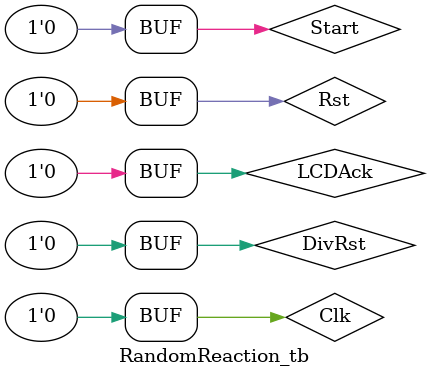
<source format=v>
`timescale 1ns / 1ps
module RandomReaction_tb();
	reg Clk, DivRst, Rst, Start, LCDAck;
   wire ClkMS;
   wire [11:0] RandomValue;
   wire [9:0] ReactionTime;
	wire [7:0] LED;
   wire Cheat, Slow, Wait;
	wire LCDUpdate;

	ClkDiv ClkDiv_1 (Clk, DivRst, ClkMS);
	RandomGen RandomGen_1(Clk, Rst, RandomValue);
	ReactionTimer ReactionTimer_1 (ClkMS, Rst, Start, LED, ReactionTime, Cheat, Slow, Wait, RandomValue, LCDUpdate, LCDAck);

	always begin
		Clk <= 1;
		#10;
		Clk <= 0;
		#10;
	end
	
	initial begin
		DivRst <= 0;
		Rst <= 0;
		Start <= 0;
		LCDAck <= 0;
		#60;
		#2;
		Start <= 1;
		#500;
		Start <= 0;
		#120;
		LCDAck <= 1;
		#360;		
		LCDAck <= 0;
		#520;
		Start <= 1;
		#180;
		Start <= 0;
		#180;
		LCDAck <= 1;
		#180;
		LCDAck <= 0;
	end
endmodule

</source>
